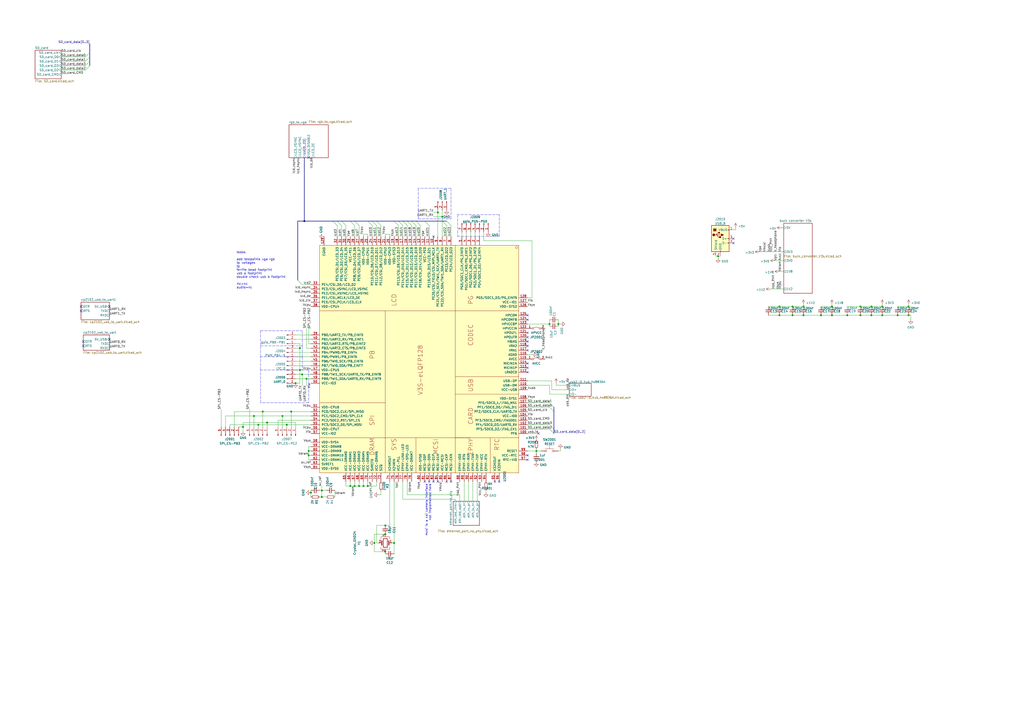
<source format=kicad_sch>
(kicad_sch (version 20211123) (generator eeschema)
  (paper "A2")
  (junction (at 173.99 214.63))
  (junction (at 323.85 187.96))
  (junction (at 147.32 241.3))
  (junction (at 482.6 182.88))
  (junction (at 175.26 217.17))
  (junction (at 213.36 281.94))
  (junction (at 511.81 182.88))
  (junction (at 459.74 177.8))
  (junction (at 491.49 182.88))
  (junction (at 223.52 309.88))
  (junction (at 505.46 177.8))
  (junction (at 452.12 182.88))
  (junction (at 459.74 182.88))
  (junction (at 482.6 177.8))
  (junction (at 416.56 148.59))
  (junction (at 256.54 125.73))
  (junction (at 176.53 128.27))
  (junction (at 166.37 246.38))
  (junction (at 223.52 320.04))
  (junction (at 203.2 281.94))
  (junction (at 452.12 177.8))
  (junction (at 171.45 222.25))
  (junction (at 179.07 261.62))
  (junction (at 163.83 241.3))
  (junction (at 223.52 304.8))
  (junction (at 527.05 177.8))
  (junction (at 254 123.19))
  (junction (at 179.07 264.16))
  (junction (at 152.4 238.76))
  (junction (at 180.34 285.75))
  (junction (at 140.97 247.65))
  (junction (at 466.09 177.8))
  (junction (at 149.86 246.38))
  (junction (at 318.77 187.96))
  (junction (at 177.8 219.71))
  (junction (at 499.11 182.88))
  (junction (at 505.46 182.88))
  (junction (at 217.17 314.96))
  (junction (at 511.81 177.8))
  (junction (at 173.99 201.93))
  (junction (at 186.69 288.29))
  (junction (at 168.91 238.76))
  (junction (at 527.05 182.88))
  (junction (at 210.82 281.94))
  (junction (at 228.6 314.96))
  (junction (at 205.74 281.94))
  (junction (at 186.69 284.48))
  (junction (at 520.7 182.88))
  (junction (at 466.09 182.88))
  (junction (at 208.28 281.94))
  (junction (at 476.25 182.88))
  (junction (at 311.15 261.62))
  (junction (at 499.11 177.8))
  (junction (at 154.94 245.11))
  (no_connect (at 246.38 279.4))
  (no_connect (at 248.92 279.4))
  (no_connect (at 251.46 279.4))
  (no_connect (at 254 279.4))
  (no_connect (at 259.08 279.4))
  (no_connect (at 261.62 279.4))
  (no_connect (at 425.45 138.43))
  (no_connect (at 425.45 140.97))
  (no_connect (at 306.07 264.16))
  (no_connect (at 306.07 266.7))
  (no_connect (at 287.02 279.4))
  (no_connect (at 289.56 279.4))
  (no_connect (at 63.5 196.85))
  (no_connect (at 48.26 198.12))
  (no_connect (at 48.26 200.66))
  (no_connect (at 63.5 177.8))
  (no_connect (at 46.99 177.8))
  (no_connect (at 46.99 180.34))
  (no_connect (at 179.07 91.44))
  (no_connect (at 306.07 215.9))
  (no_connect (at 306.07 213.36))
  (no_connect (at 306.07 200.66))
  (no_connect (at 306.07 198.12))
  (no_connect (at 306.07 195.58))
  (no_connect (at 306.07 210.82))
  (no_connect (at 306.07 203.2))
  (no_connect (at 306.07 193.04))
  (no_connect (at 306.07 185.42))
  (no_connect (at 306.07 182.88))
  (no_connect (at 251.46 137.16))
  (no_connect (at 312.42 251.46))
  (bus_entry (at 318.77 248.92) (size 2.54 2.54))
  (bus_entry (at 318.77 246.38) (size 2.54 2.54))
  (bus_entry (at 318.77 236.22) (size 2.54 2.54))
  (bus_entry (at 318.77 233.68) (size 2.54 2.54))
  (bus_entry (at 49.53 40.64) (size 2.54 -2.54))
  (bus_entry (at 49.53 38.1) (size 2.54 -2.54))
  (bus_entry (at 49.53 35.56) (size 2.54 -2.54))
  (bus_entry (at 49.53 33.02) (size 2.54 -2.54))
  (bus_entry (at 175.26 165.1) (size -2.54 -2.54))
  (bus_entry (at 261.62 130.81) (size -2.54 -2.54))
  (bus_entry (at 241.3 130.81) (size -2.54 -2.54))
  (bus_entry (at 243.84 130.81) (size -2.54 -2.54))
  (bus_entry (at 259.08 130.81) (size -2.54 -2.54))
  (bus_entry (at 248.92 130.81) (size -2.54 -2.54))
  (bus_entry (at 215.9 130.81) (size -2.54 -2.54))
  (bus_entry (at 236.22 130.81) (size -2.54 -2.54))
  (bus_entry (at 238.76 130.81) (size -2.54 -2.54))
  (bus_entry (at 220.98 130.81) (size -2.54 -2.54))
  (bus_entry (at 218.44 130.81) (size -2.54 -2.54))
  (bus_entry (at 233.68 130.81) (size -2.54 -2.54))
  (bus_entry (at 231.14 130.81) (size -2.54 -2.54))
  (bus_entry (at 208.28 130.81) (size -2.54 -2.54))
  (bus_entry (at 195.58 130.81) (size -2.54 -2.54))
  (bus_entry (at 205.74 130.81) (size -2.54 -2.54))
  (bus_entry (at 200.66 130.81) (size -2.54 -2.54))
  (bus_entry (at 198.12 130.81) (size -2.54 -2.54))
  (bus (pts (xy 238.76 128.27) (xy 236.22 128.27)))
  (bus (pts (xy 198.12 128.27) (xy 195.58 128.27)))
  (wire (pts (xy 147.32 241.3) (xy 163.83 241.3)))
  (wire (pts (xy 173.99 214.63) (xy 173.99 222.25)))
  (wire (pts (xy 308.61 139.7) (xy 308.61 172.72)))
  (wire (pts (xy 466.09 176.53) (xy 466.09 177.8)))
  (wire (pts (xy 171.45 247.65) (xy 171.45 245.11)))
  (wire (pts (xy 149.86 246.38) (xy 149.86 247.65)))
  (wire (pts (xy 177.8 190.5) (xy 177.8 201.93)))
  (wire (pts (xy 318.77 228.6) (xy 330.2 228.6)))
  (wire (pts (xy 440.69 146.05) (xy 454.66 146.05)))
  (wire (pts (xy 226.06 304.8) (xy 223.52 304.8)))
  (wire (pts (xy 210.82 135.89) (xy 213.36 135.89)))
  (wire (pts (xy 482.6 177.8) (xy 476.25 177.8)))
  (wire (pts (xy 140.97 245.11) (xy 140.97 247.65)))
  (wire (pts (xy 528.32 182.88) (xy 528.32 185.42)))
  (polyline (pts (xy 289.56 137.16) (xy 289.56 124.46)))
  (wire (pts (xy 233.68 279.4) (xy 233.68 289.56)))
  (wire (pts (xy 223.52 320.04) (xy 223.52 321.31)))
  (wire (pts (xy 452.12 157.48) (xy 454.66 157.48)))
  (wire (pts (xy 161.29 243.84) (xy 180.34 243.84)))
  (wire (pts (xy 173.99 222.25) (xy 171.45 222.25)))
  (wire (pts (xy 449.58 151.13) (xy 454.66 151.13)))
  (wire (pts (xy 180.34 241.3) (xy 163.83 241.3)))
  (polyline (pts (xy 289.56 124.46) (xy 265.43 124.46)))
  (wire (pts (xy 180.34 238.76) (xy 168.91 238.76)))
  (polyline (pts (xy 265.43 124.46) (xy 265.43 137.16)))
  (wire (pts (xy 306.07 233.68) (xy 318.77 233.68)))
  (wire (pts (xy 306.07 223.52) (xy 318.77 223.52)))
  (wire (pts (xy 259.08 130.81) (xy 259.08 137.16)))
  (wire (pts (xy 144.78 237.49) (xy 144.78 247.65)))
  (wire (pts (xy 205.74 281.94) (xy 203.2 281.94)))
  (wire (pts (xy 218.44 279.4) (xy 218.44 281.94)))
  (polyline (pts (xy 151.13 233.68) (xy 151.13 214.63)))
  (wire (pts (xy 266.7 290.83) (xy 266.7 287.02)))
  (wire (pts (xy 194.31 284.48) (xy 194.31 288.29)))
  (wire (pts (xy 217.17 320.04) (xy 223.52 320.04)))
  (wire (pts (xy 254 121.92) (xy 254 123.19)))
  (polyline (pts (xy 265.43 137.16) (xy 289.56 137.16)))
  (wire (pts (xy 173.99 199.39) (xy 173.99 201.93)))
  (wire (pts (xy 130.81 241.3) (xy 147.32 241.3)))
  (bus (pts (xy 321.31 236.22) (xy 321.31 238.76)))
  (wire (pts (xy 256.54 121.92) (xy 256.54 125.73)))
  (wire (pts (xy 320.04 220.98) (xy 306.07 220.98)))
  (wire (pts (xy 318.77 248.92) (xy 306.07 248.92)))
  (wire (pts (xy 205.74 279.4) (xy 205.74 281.94)))
  (wire (pts (xy 308.61 205.74) (xy 306.07 205.74)))
  (wire (pts (xy 275.59 134.62) (xy 275.59 137.16)))
  (bus (pts (xy 203.2 128.27) (xy 198.12 128.27)))
  (bus (pts (xy 218.44 128.27) (xy 215.9 128.27)))
  (bus (pts (xy 321.31 238.76) (xy 321.31 248.92)))
  (wire (pts (xy 133.35 246.38) (xy 133.35 247.65)))
  (wire (pts (xy 274.32 279.4) (xy 274.32 290.83)))
  (bus (pts (xy 172.72 162.56) (xy 172.72 128.27)))
  (polyline (pts (xy 175.26 214.63) (xy 179.07 214.63)))
  (wire (pts (xy 416.56 148.59) (xy 415.29 148.59)))
  (wire (pts (xy 180.34 264.16) (xy 179.07 264.16)))
  (wire (pts (xy 251.46 125.73) (xy 256.54 125.73)))
  (wire (pts (xy 318.77 246.38) (xy 306.07 246.38)))
  (wire (pts (xy 452.12 177.8) (xy 459.74 177.8)))
  (wire (pts (xy 223.52 309.88) (xy 217.17 309.88)))
  (wire (pts (xy 511.81 182.88) (xy 520.7 182.88)))
  (wire (pts (xy 180.34 165.1) (xy 175.26 165.1)))
  (wire (pts (xy 218.44 281.94) (xy 213.36 281.94)))
  (wire (pts (xy 261.62 130.81) (xy 261.62 137.16)))
  (wire (pts (xy 213.36 281.94) (xy 210.82 281.94)))
  (wire (pts (xy 416.56 148.59) (xy 417.83 148.59)))
  (wire (pts (xy 171.45 212.09) (xy 180.34 212.09)))
  (wire (pts (xy 256.54 128.27) (xy 256.54 137.16)))
  (wire (pts (xy 168.91 238.76) (xy 168.91 247.65)))
  (wire (pts (xy 210.82 135.89) (xy 210.82 137.16)))
  (wire (pts (xy 220.98 130.81) (xy 220.98 137.16)))
  (wire (pts (xy 476.25 182.88) (xy 482.6 182.88)))
  (wire (pts (xy 280.67 139.7) (xy 308.61 139.7)))
  (wire (pts (xy 318.77 236.22) (xy 306.07 236.22)))
  (wire (pts (xy 311.15 261.62) (xy 313.69 261.62)))
  (bus (pts (xy 233.68 128.27) (xy 231.14 128.27)))
  (wire (pts (xy 276.86 279.4) (xy 276.86 290.83)))
  (wire (pts (xy 171.45 219.71) (xy 177.8 219.71)))
  (wire (pts (xy 318.77 223.52) (xy 318.77 228.6)))
  (bus (pts (xy 256.54 128.27) (xy 246.38 128.27)))
  (wire (pts (xy 241.3 130.81) (xy 241.3 137.16)))
  (wire (pts (xy 267.97 134.62) (xy 267.97 137.16)))
  (wire (pts (xy 186.69 288.29) (xy 185.42 288.29)))
  (wire (pts (xy 527.05 176.53) (xy 527.05 177.8)))
  (wire (pts (xy 213.36 135.89) (xy 213.36 137.16)))
  (wire (pts (xy 189.23 288.29) (xy 186.69 288.29)))
  (polyline (pts (xy 151.13 191.77) (xy 151.13 200.66)))
  (wire (pts (xy 130.81 241.3) (xy 130.81 247.65)))
  (wire (pts (xy 203.2 281.94) (xy 200.66 281.94)))
  (wire (pts (xy 223.52 135.89) (xy 223.52 137.16)))
  (bus (pts (xy 52.07 35.56) (xy 52.07 38.1)))
  (wire (pts (xy 179.07 199.39) (xy 179.07 190.5)))
  (wire (pts (xy 186.69 284.48) (xy 186.69 288.29)))
  (wire (pts (xy 330.2 223.52) (xy 322.58 223.52)))
  (polyline (pts (xy 179.07 214.63) (xy 179.07 233.68)))
  (wire (pts (xy 323.85 187.96) (xy 325.12 187.96)))
  (wire (pts (xy 254 123.19) (xy 254 137.16)))
  (wire (pts (xy 311.15 261.62) (xy 311.15 262.89)))
  (wire (pts (xy 482.6 182.88) (xy 491.49 182.88)))
  (wire (pts (xy 173.99 201.93) (xy 171.45 201.93)))
  (wire (pts (xy 256.54 125.73) (xy 256.54 128.27)))
  (bus (pts (xy 231.14 128.27) (xy 228.6 128.27)))
  (wire (pts (xy 318.77 185.42) (xy 318.77 187.96)))
  (wire (pts (xy 171.45 194.31) (xy 180.34 194.31)))
  (wire (pts (xy 320.04 226.06) (xy 320.04 220.98)))
  (wire (pts (xy 179.07 264.16) (xy 179.07 266.7)))
  (bus (pts (xy 241.3 128.27) (xy 238.76 128.27)))
  (wire (pts (xy 180.34 284.48) (xy 180.34 285.75)))
  (wire (pts (xy 175.26 217.17) (xy 180.34 217.17)))
  (wire (pts (xy 200.66 281.94) (xy 200.66 279.4)))
  (wire (pts (xy 217.17 314.96) (xy 217.17 320.04)))
  (wire (pts (xy 177.8 219.71) (xy 177.8 223.52)))
  (wire (pts (xy 226.06 135.89) (xy 226.06 137.16)))
  (polyline (pts (xy 175.26 207.01) (xy 175.26 214.63)))
  (wire (pts (xy 323.85 185.42) (xy 323.85 187.96)))
  (wire (pts (xy 203.2 279.4) (xy 203.2 281.94)))
  (wire (pts (xy 220.98 287.02) (xy 219.71 287.02)))
  (wire (pts (xy 180.34 261.62) (xy 179.07 261.62)))
  (wire (pts (xy 180.34 246.38) (xy 166.37 246.38)))
  (wire (pts (xy 163.83 241.3) (xy 163.83 247.65)))
  (bus (pts (xy 52.07 33.02) (xy 52.07 35.56)))
  (wire (pts (xy 218.44 137.16) (xy 218.44 130.81)))
  (wire (pts (xy 306.07 261.62) (xy 311.15 261.62)))
  (wire (pts (xy 166.37 246.38) (xy 166.37 247.65)))
  (wire (pts (xy 269.24 279.4) (xy 269.24 290.83)))
  (wire (pts (xy 208.28 130.81) (xy 208.28 137.16)))
  (wire (pts (xy 208.28 281.94) (xy 205.74 281.94)))
  (polyline (pts (xy 151.13 207.01) (xy 151.13 200.66)))
  (wire (pts (xy 173.99 201.93) (xy 173.99 214.63)))
  (wire (pts (xy 189.23 284.48) (xy 186.69 284.48)))
  (wire (pts (xy 238.76 130.81) (xy 238.76 137.16)))
  (wire (pts (xy 323.85 261.62) (xy 325.12 261.62)))
  (wire (pts (xy 505.46 182.88) (xy 511.81 182.88)))
  (wire (pts (xy 491.49 182.88) (xy 499.11 182.88)))
  (wire (pts (xy 306.07 251.46) (xy 312.42 251.46)))
  (wire (pts (xy 213.36 279.4) (xy 213.36 281.94)))
  (wire (pts (xy 35.56 33.02) (xy 49.53 33.02)))
  (polyline (pts (xy 261.62 109.22) (xy 242.57 109.22)))
  (wire (pts (xy 330.2 226.06) (xy 320.04 226.06)))
  (wire (pts (xy 149.86 246.38) (xy 166.37 246.38)))
  (wire (pts (xy 527.05 182.88) (xy 528.32 182.88)))
  (wire (pts (xy 482.6 176.53) (xy 482.6 177.8)))
  (wire (pts (xy 154.94 245.11) (xy 154.94 247.65)))
  (wire (pts (xy 325.12 261.62) (xy 325.12 260.35)))
  (wire (pts (xy 179.07 261.62) (xy 179.07 264.16)))
  (polyline (pts (xy 179.07 233.68) (xy 151.13 233.68)))
  (wire (pts (xy 228.6 279.4) (xy 228.6 314.96)))
  (polyline (pts (xy 151.13 191.77) (xy 175.26 191.77)))
  (wire (pts (xy 35.56 35.56) (xy 49.53 35.56)))
  (wire (pts (xy 210.82 281.94) (xy 208.28 281.94)))
  (polyline (pts (xy 151.13 214.63) (xy 151.13 207.01)))
  (wire (pts (xy 226.06 304.8) (xy 226.06 279.4)))
  (wire (pts (xy 152.4 238.76) (xy 152.4 247.65)))
  (wire (pts (xy 180.34 259.08) (xy 179.07 259.08)))
  (wire (pts (xy 200.66 130.81) (xy 200.66 137.16)))
  (wire (pts (xy 135.89 238.76) (xy 135.89 247.65)))
  (wire (pts (xy 171.45 207.01) (xy 180.34 207.01)))
  (polyline (pts (xy 151.13 200.66) (xy 151.13 200.66)))
  (wire (pts (xy 459.74 182.88) (xy 466.09 182.88)))
  (bus (pts (xy 52.07 30.48) (xy 52.07 33.02)))
  (wire (pts (xy 231.14 130.81) (xy 231.14 137.16)))
  (wire (pts (xy 210.82 279.4) (xy 210.82 281.94)))
  (wire (pts (xy 273.05 134.62) (xy 273.05 137.16)))
  (wire (pts (xy 171.45 214.63) (xy 173.99 214.63)))
  (wire (pts (xy 161.29 243.84) (xy 161.29 247.65)))
  (polyline (pts (xy 261.62 127) (xy 261.62 109.22)))
  (wire (pts (xy 445.77 182.88) (xy 452.12 182.88)))
  (bus (pts (xy 215.9 128.27) (xy 213.36 128.27)))
  (wire (pts (xy 311.15 260.35) (xy 311.15 261.62)))
  (wire (pts (xy 251.46 123.19) (xy 254 123.19)))
  (polyline (pts (xy 175.26 200.66) (xy 175.26 207.01)))
  (wire (pts (xy 271.78 279.4) (xy 271.78 290.83)))
  (polyline (pts (xy 151.13 200.66) (xy 175.26 200.66)))
  (wire (pts (xy 179.07 190.5) (xy 180.34 190.5)))
  (polyline (pts (xy 242.57 109.22) (xy 242.57 127)))
  (wire (pts (xy 520.7 177.8) (xy 527.05 177.8)))
  (wire (pts (xy 198.12 130.81) (xy 198.12 137.16)))
  (wire (pts (xy 425.45 133.35) (xy 426.72 133.35)))
  (bus (pts (xy 213.36 128.27) (xy 205.74 128.27)))
  (wire (pts (xy 447.04 167.64) (xy 454.66 167.64)))
  (wire (pts (xy 171.45 199.39) (xy 173.99 199.39)))
  (wire (pts (xy 233.68 289.56) (xy 264.16 289.56)))
  (wire (pts (xy 171.45 196.85) (xy 180.34 196.85)))
  (wire (pts (xy 308.61 172.72) (xy 306.07 172.72)))
  (wire (pts (xy 180.34 266.7) (xy 179.07 266.7)))
  (wire (pts (xy 323.85 187.96) (xy 323.85 189.23)))
  (wire (pts (xy 453.39 132.08) (xy 454.66 132.08)))
  (bus (pts (xy 193.04 128.27) (xy 176.53 128.27)))
  (wire (pts (xy 466.09 182.88) (xy 476.25 182.88)))
  (wire (pts (xy 505.46 177.8) (xy 499.11 177.8)))
  (polyline (pts (xy 175.26 214.63) (xy 151.13 214.63)))
  (wire (pts (xy 128.27 237.49) (xy 128.27 247.65)))
  (wire (pts (xy 35.56 38.1) (xy 49.53 38.1)))
  (wire (pts (xy 511.81 177.8) (xy 505.46 177.8)))
  (wire (pts (xy 217.17 309.88) (xy 217.17 314.96)))
  (wire (pts (xy 147.32 241.3) (xy 147.32 247.65)))
  (wire (pts (xy 278.13 134.62) (xy 278.13 137.16)))
  (wire (pts (xy 281.94 284.48) (xy 281.94 285.75)))
  (wire (pts (xy 154.94 245.11) (xy 140.97 245.11)))
  (wire (pts (xy 208.28 279.4) (xy 208.28 281.94)))
  (wire (pts (xy 452.12 182.88) (xy 459.74 182.88)))
  (wire (pts (xy 228.6 314.96) (xy 227.33 314.96)))
  (wire (pts (xy 177.8 219.71) (xy 180.34 219.71)))
  (wire (pts (xy 175.26 217.17) (xy 175.26 223.52)))
  (wire (pts (xy 520.7 182.88) (xy 527.05 182.88)))
  (wire (pts (xy 186.69 281.94) (xy 186.69 284.48)))
  (wire (pts (xy 133.35 246.38) (xy 149.86 246.38)))
  (bus (pts (xy 195.58 128.27) (xy 193.04 128.27)))
  (polyline (pts (xy 175.26 207.01) (xy 151.13 207.01)))
  (wire (pts (xy 171.45 204.47) (xy 180.34 204.47)))
  (wire (pts (xy 186.69 284.48) (xy 185.42 284.48)))
  (wire (pts (xy 318.77 187.96) (xy 318.77 189.23)))
  (wire (pts (xy 35.56 40.64) (xy 49.53 40.64)))
  (wire (pts (xy 511.81 176.53) (xy 511.81 177.8)))
  (wire (pts (xy 152.4 238.76) (xy 168.91 238.76)))
  (wire (pts (xy 445.77 177.8) (xy 452.12 177.8)))
  (wire (pts (xy 270.51 134.62) (xy 270.51 137.16)))
  (wire (pts (xy 236.22 287.02) (xy 236.22 279.4)))
  (wire (pts (xy 416.56 149.86) (xy 416.56 148.59)))
  (bus (pts (xy 52.07 25.4) (xy 52.07 30.48)))
  (bus (pts (xy 228.6 128.27) (xy 218.44 128.27)))
  (wire (pts (xy 220.98 284.48) (xy 220.98 287.02)))
  (wire (pts (xy 426.72 133.35) (xy 426.72 132.08)))
  (wire (pts (xy 195.58 137.16) (xy 195.58 130.81)))
  (wire (pts (xy 171.45 217.17) (xy 175.26 217.17)))
  (wire (pts (xy 218.44 314.96) (xy 219.71 314.96)))
  (wire (pts (xy 179.07 259.08) (xy 179.07 261.62)))
  (bus (pts (xy 246.38 128.27) (xy 241.3 128.27)))
  (wire (pts (xy 499.11 177.8) (xy 491.49 177.8)))
  (bus (pts (xy 321.31 251.46) (xy 321.31 248.92)))
  (wire (pts (xy 135.89 238.76) (xy 152.4 238.76)))
  (wire (pts (xy 322.58 223.52) (xy 322.58 222.25)))
  (wire (pts (xy 459.74 177.8) (xy 466.09 177.8)))
  (wire (pts (xy 223.52 135.89) (xy 226.06 135.89)))
  (wire (pts (xy 280.67 134.62) (xy 280.67 139.7)))
  (wire (pts (xy 205.74 130.81) (xy 205.74 137.16)))
  (wire (pts (xy 318.77 187.96) (xy 306.07 187.96)))
  (wire (pts (xy 266.7 287.02) (xy 236.22 287.02)))
  (polyline (pts (xy 175.26 200.66) (xy 175.26 191.77)))
  (polyline (pts (xy 242.57 127) (xy 261.62 127)))
  (bus (pts (xy 176.53 128.27) (xy 172.72 128.27)))
  (wire (pts (xy 218.44 314.96) (xy 218.44 304.8)))
  (wire (pts (xy 140.97 247.65) (xy 138.43 247.65)))
  (wire (pts (xy 140.97 247.65) (xy 140.97 250.19)))
  (wire (pts (xy 171.45 209.55) (xy 180.34 209.55)))
  (wire (pts (xy 180.34 199.39) (xy 179.07 199.39)))
  (wire (pts (xy 499.11 182.88) (xy 505.46 182.88)))
  (wire (pts (xy 223.52 304.8) (xy 218.44 304.8)))
  (wire (pts (xy 236.22 130.81) (xy 236.22 137.16)))
  (wire (pts (xy 171.45 245.11) (xy 154.94 245.11)))
  (bus (pts (xy 205.74 128.27) (xy 203.2 128.27)))
  (wire (pts (xy 177.8 201.93) (xy 180.34 201.93)))
  (bus (pts (xy 236.22 128.27) (xy 233.68 128.27)))
  (bus (pts (xy 176.53 91.44) (xy 176.53 128.27)))
  (wire (pts (xy 180.34 285.75) (xy 180.34 288.29)))
  (wire (pts (xy 248.92 130.81) (xy 248.92 137.16)))
  (wire (pts (xy 215.9 130.81) (xy 215.9 137.16)))
  (wire (pts (xy 233.68 130.81) (xy 233.68 137.16)))
  (bus (pts (xy 259.08 128.27) (xy 256.54 128.27)))
  (wire (pts (xy 243.84 130.81) (xy 243.84 137.16)))
  (wire (pts (xy 228.6 314.96) (xy 228.6 321.31)))
  (wire (pts (xy 264.16 289.56) (xy 264.16 290.83)))
  (text "todos\n\nadd testpoints vga rgb\ntp voltages\ntp\nferrite bead footprint\nusb a footprint\ndouble check usb b footprint\n\nrtc=nc\naudio=nc" (at 137.16 167.64 0) (effects (font (size 1.27 1.27)) (justify left bottom)))
  (text "mcsi is a csi camera interface\nnot implemented here" (at 250.19 280.67 270) (effects (font (size 1.27 1.27)) (justify right bottom)))
  (label "Vdd_PHY" (at 449.58 167.64 90))
  (label "SD_card_CMD" (at 306.07 243.84 0))
  (label "Vdram" (at 194.31 287.02 0))
  (label "Vsys" (at 243.84 279.4 270))
  (label "Vcpu" (at 180.34 214.63 180))
  (label "SPI_CS-PB2" (at 180.34 190.5 90))
  (label "Vcpu" (at 180.34 177.8 180))
  (label "lcd7" (at 208.28 137.16 90))
  (label "SD_card_data1" (at 35.56 35.56 0))
  (label "Vcc_PHY" (at 448.31 146.05 90))
  (label "lcd15" (at 236.22 137.16 90))
  (label "UART0_TX" (at 175.26 223.52 270))
  (label "lcd18" (at 238.76 137.16 90))
  (label "SPI_CS-PB3" (at 177.8 190.5 90))
  (label "lcd4" (at 198.12 137.16 90))
  (label "Vdd_PHY" (at 266.7 279.4 270))
  (label "Vcpu" (at 223.52 135.89 90))
  (label "Vcpu" (at 210.82 135.89 90))
  (label "lcd3" (at 195.58 137.16 90))
  (label "SPI_CS-PB3" (at 128.27 237.49 90))
  (label "SD_card_data[0..3]" (at 321.31 251.46 0))
  (label "SD_card_clk" (at 306.07 238.76 0))
  (label "sv_ref" (at 180.34 269.24 180))
  (label "Vio" (at 180.34 251.46 180))
  (label "Vmcsi" (at 256.54 279.4 270))
  (label "UART0_RX" (at 63.5 199.39 0))
  (label "Vdram" (at 179.07 264.16 180))
  (label "Vusb" (at 447.04 146.05 90))
  (label "SD_card_data2" (at 306.07 248.92 0))
  (label "Vio" (at 306.07 175.26 0))
  (label "Vsys" (at 228.6 137.16 90))
  (label "lcd_hsync" (at 180.34 170.18 180))
  (label "UART0_RX" (at 177.8 223.52 270))
  (label "Avcc" (at 453.39 151.13 90))
  (label "lcd_de" (at 180.34 172.72 180))
  (label "Vcc_PHY" (at 279.4 279.4 270))
  (label "lcd13" (at 231.14 137.16 90))
  (label "Vsys" (at 452.12 167.64 90))
  (label "Vio" (at 180.34 222.25 270))
  (label "SD_card_data3" (at 35.56 38.1 0))
  (label "lcd20" (at 243.84 137.16 90))
  (label "lcd5" (at 200.66 137.16 90))
  (label "Vsys" (at 180.34 256.54 180))
  (label "sv_ref" (at 215.9 279.4 270))
  (label "lcd_vsync" (at 180.34 167.64 180))
  (label "lcd2" (at 180.34 165.1 180))
  (label "SD_card_data0" (at 35.56 33.02 0))
  (label "Vcpu" (at 180.34 248.92 180))
  (label "Vpll" (at 231.14 279.4 270))
  (label "lcd23" (at 261.62 137.16 90))
  (label "SD_card_data3" (at 306.07 246.38 0))
  (label "Vmcsi" (at 444.5 146.05 90))
  (label "Vpll" (at 450.85 151.13 90))
  (label "SD_card_data1" (at 306.07 233.68 0))
  (label "lcd10" (at 215.9 137.16 90))
  (label "lcd_de" (at 181.61 91.44 270))
  (label "Vsys" (at 180.34 271.78 180))
  (label "lcd19" (at 241.3 137.16 90))
  (label "Avcc" (at 316.23 208.28 0))
  (label "lcd14" (at 233.68 137.16 90))
  (label "usb_id" (at 306.07 251.46 0))
  (label "Vdram" (at 453.39 157.48 90))
  (label "Vcpu" (at 180.34 236.22 180))
  (label "Vpe" (at 203.2 137.16 90))
  (label "lcd12" (at 220.98 137.16 90))
  (label "lcd11" (at 218.44 137.16 90))
  (label "UART0_TX" (at 63.5 201.93 0))
  (label "usb_dm" (at 330.2 228.6 270))
  (label "lcd_vsync" (at 171.45 91.44 270))
  (label "Vdram" (at 238.76 279.4 270))
  (label "SD_card_data[0..3]" (at 52.07 25.4 180))
  (label "SD_card_CMD" (at 35.56 43.18 0))
  (label "UART1_TX" (at 251.46 123.19 180))
  (label "Vio" (at 453.39 146.05 90))
  (label "lcd_hsync" (at 173.99 91.44 270))
  (label "Vusb" (at 306.07 226.06 0))
  (label "V_headphone" (at 316.23 190.5 270))
  (label "usb_dp" (at 330.2 226.06 90))
  (label "lcd6" (at 205.74 137.16 90))
  (label "lcd22" (at 259.08 137.16 90))
  (label "lcd21" (at 248.92 137.16 90))
  (label "SD_card_clk" (at 35.56 30.48 0))
  (label "Vpe" (at 441.96 146.05 90))
  (label "V_headphone" (at 450.85 146.05 90))
  (label "SD_card_data0" (at 306.07 236.22 0))
  (label "UART1_TX" (at 63.5 182.88 0))
  (label "lcd_clk" (at 180.34 175.26 180))
  (label "sv_ref" (at 186.69 281.94 90))
  (label "Vdram" (at 205.74 281.94 270))
  (label "SPI_CS-PB2" (at 144.78 237.49 90))
  (label "Vio" (at 306.07 241.3 0))
  (label "UART1_RX" (at 63.5 180.34 0))
  (label "Vpe" (at 246.38 137.16 90))
  (label "SD_card_data2" (at 35.56 40.64 0))
  (label "Vsys" (at 306.07 231.14 0))
  (label "Vcpu" (at 453.39 167.64 90))
  (label "Vsys" (at 306.07 177.8 0))
  (label "UART1_RX" (at 251.46 125.73 180))
  (symbol (lib_id "Device:C_Small") (at 511.81 180.34 180) (unit 1)
    (property "Reference" "C22" (at 514.7818 180.5178 0))
    (property "Value" "100nf" (at 514.731 178.816 0))
    (property "Footprint" "Capacitor_SMD:C_0603_1608Metric" (effects hide))
  )
  (symbol (lib_id "power:+3V0") (at 527.05 176.53 0) (unit 1)
    (property "Reference" "#PWR0122" (effects hide))
    (property "Value" "+3V0" (at 528.447 175.6938 0) (effects (justify left)))
  )
  (symbol (lib_id "Connector:USB_B") (at 417.83 138.43 0) (unit 1)
    (property "Reference" "J2010" (at 417.83 127.1102 0))
    (property "Value" "USB_B" (at 417.83 129.6471 0))
    (property "Footprint" "Connector_USB:USB_B_TE_5787834_Vertical" (effects hide))
    (property "Datasheet" " ~" (effects hide))
  )
  (symbol (lib_id "Device:C_Small") (at 191.77 284.48 270) (unit 1)
    (property "Reference" "C9" (at 192.024 279.908 0) (effects (justify left)))
    (property "Value" "100nf" (at 189.992 276.606 0) (effects (justify left)))
    (property "Footprint" "Capacitor_SMD:C_0603_1608Metric" (effects hide))
  )
  (symbol (lib_id "Device:C_Small") (at 321.31 185.42 270) (unit 1)
    (property "Reference" "C1" (at 321.564 180.848 0) (effects (justify left)))
    (property "Value" "100nf" (at 319.532 177.546 0) (effects (justify left)))
    (property "Footprint" "Capacitor_SMD:C_0603_1608Metric" (effects hide))
  )
  (symbol (lib_id "Connector:Conn_01x07_Male") (at 275.59 129.54 270) (unit 1)
    (property "Reference" "J2009" (at 275.59 125.891 90))
    (property "Value" "gpio_PG5-PG0" (at 275.59 128.4279 90))
    (property "Footprint" "Connector_PinHeader_2.54mm:PinHeader_1x07_P2.54mm_Vertical" (effects hide))
  )
  (symbol (lib_id "power:GND") (at 187.96 137.16 270) (unit 1)
    (property "Reference" "#PWR0105" (effects hide))
    (property "Value" "GND" (at 186.2562 135.2551 0) (effects (justify right)))
  )
  (symbol (lib_id "Connector:Conn_01x03_Male") (at 166.37 204.47 0) (mirror x) (unit 1)
    (property "Reference" "J2004" (at 165.6589 203.6353 0) (effects (justify right)))
    (property "Value" "PWM_PB4-5" (at 165.6589 206.1722 0) (effects (justify right)))
    (property "Footprint" "Connector_PinHeader_2.54mm:PinHeader_1x03_P2.54mm_Vertical" (effects hide))
  )
  (symbol (lib_id "Device:C_Small") (at 311.15 265.43 180) (unit 1)
    (property "Reference" "C2001" (at 316.23 266.7 0) (effects (justify left)))
    (property "Value" "1uf" (at 316.23 264.16 0) (effects (justify left)))
    (property "Footprint" "Capacitor_SMD:C_0603_1608Metric" (effects hide))
  )
  (symbol (lib_id "power:+3V3") (at 311.15 255.27 0) (unit 1)
    (property "Reference" "#PWR0172" (effects hide))
    (property "Value" "+3V3" (at 304.8 254 0) (effects (justify left)))
  )
  (symbol (lib_id "Device:C_Small") (at 226.06 321.31 90) (unit 1)
    (property "Reference" "C12" (at 226.06 326.39 90))
    (property "Value" "18pf" (at 226.06 323.85 90))
    (property "Footprint" "Capacitor_SMD:C_0603_1608Metric" (effects hide))
  )
  (symbol (lib_id "power:+1V2") (at 447.04 167.64 90) (unit 1)
    (property "Reference" "#PWR0127" (effects hide))
    (property "Value" "+1V2" (at 443.865 168.0738 90) (effects (justify left)))
  )
  (symbol (lib_id "power:GND") (at 325.12 187.96 90) (unit 1)
    (property "Reference" "#PWR0115" (effects hide))
    (property "Value" "GND" (at 325.9562 189.865 0) (effects (justify right)))
  )
  (symbol (lib_id "power:+5V") (at 426.72 132.08 0) (unit 1)
    (property "Reference" "#PWR0174" (effects hide))
    (property "Value" "+5V" (at 428.117 131.2438 0) (effects (justify left)))
  )
  (symbol (lib_id "Device:R_Small") (at 281.94 281.94 180) (unit 1)
    (property "Reference" "R2001" (at 285.75 283.21 0) (effects (justify left)))
    (property "Value" "6K" (at 285.75 280.67 0) (effects (justify left)))
    (property "Footprint" "Resistor_SMD:R_0603_1608Metric" (effects hide))
  )
  (symbol (lib_id "Device:C_Small") (at 182.88 284.48 270) (unit 1)
    (property "Reference" "C10" (at 183.134 279.908 0) (effects (justify left)))
    (property "Value" "100nf" (at 181.102 276.606 0) (effects (justify left)))
    (property "Footprint" "Capacitor_SMD:C_0603_1608Metric" (effects hide))
  )
  (symbol (lib_id "Connector:Conn_01x03_Male") (at 166.37 212.09 0) (mirror x) (unit 1)
    (property "Reference" "J2005" (at 165.6588 211.2553 0) (effects (justify right)))
    (property "Value" "I2C_0" (at 165.6588 213.7922 0) (effects (justify right)))
    (property "Footprint" "Connector_PinHeader_2.54mm:PinHeader_1x03_P2.54mm_Vertical" (effects hide))
  )
  (symbol (lib_id "Device:C_Small") (at 459.74 180.34 180) (unit 1)
    (property "Reference" "C15" (at 462.7118 180.5178 0))
    (property "Value" "100nf" (at 462.661 178.816 0))
    (property "Footprint" "Capacitor_SMD:C_0603_1608Metric" (effects hide))
  )
  (symbol (lib_id "power:GND") (at 311.15 267.97 0) (unit 1)
    (property "Reference" "#PWR0173" (effects hide))
    (property "Value" "GND" (at 313.055 269.6738 0) (effects (justify left)))
  )
  (symbol (lib_id "power:+1V2") (at 466.09 176.53 0) (unit 1)
    (property "Reference" "#PWR0114" (effects hide))
    (property "Value" "+1V2" (at 467.487 175.6938 0) (effects (justify left)))
  )
  (symbol (lib_id "xconch:V3S") (at 241.3 208.28 270) (unit 1)
    (property "Reference" "U2001" (at 292.7296 276.2439 0))
    (property "Value" "V3S" (effects hide))
    (property "Footprint" "Package_QFP:LQFP-128_14x14mm_P0.4mm" (effects hide))
    (property "Datasheet" "http://linux-sunxi.org/images/2/23/Allwinner_V3s_Datasheet_V1.0.pdf" (effects hide))
  )
  (symbol (lib_id "Jumper:Jumper_2_Bridged") (at 311.15 190.5 0) (unit 1)
    (property "Reference" "JP2001" (at 311.15 195.58 0))
    (property "Value" "HPVCC" (at 311.15 193.04 0))
    (property "Footprint" "Jumper:SolderJumper-2_P1.3mm_Bridged_Pad1.0x1.5mm" (effects hide))
  )
  (symbol (lib_id "Device:C_Small") (at 505.46 180.34 180) (unit 1)
    (property "Reference" "C21" (at 508.4318 180.5178 0))
    (property "Value" "100nf" (at 508.381 178.816 0))
    (property "Footprint" "Capacitor_SMD:C_0603_1608Metric" (effects hide))
  )
  (symbol (lib_id "power:+1V8") (at 452.12 157.48 90) (unit 1)
    (property "Reference" "#PWR0126" (effects hide))
    (property "Value" "+1V8" (at 448.945 157.9138 90) (effects (justify left)))
  )
  (symbol (lib_id "power:GND") (at 259.08 121.92 0) (unit 1)
    (property "Reference" "#PWR0163" (effects hide))
    (property "Value" "GND" (at 257.048 125.73 0) (effects (justify left)))
  )
  (symbol (lib_id "Device:C_Small") (at 482.6 180.34 180) (unit 1)
    (property "Reference" "C18" (at 485.5718 180.5178 0))
    (property "Value" "100nf" (at 485.521 178.816 0))
    (property "Footprint" "Capacitor_SMD:C_0603_1608Metric" (effects hide))
  )
  (symbol (lib_id "Connector:Conn_01x05_Male") (at 133.35 252.73 270) (mirror x) (unit 1)
    (property "Reference" "J2001" (at 133.35 254.7096 90))
    (property "Value" "SPI_CS-PB3" (at 133.35 257.2465 90))
    (property "Footprint" "Connector_PinHeader_2.54mm:PinHeader_1x05_P2.54mm_Vertical" (effects hide))
  )
  (symbol (lib_id "power:+1V8") (at 482.6 176.53 0) (unit 1)
    (property "Reference" "#PWR0117" (effects hide))
    (property "Value" "+1V8" (at 483.997 175.6938 0) (effects (justify left)))
  )
  (symbol (lib_id "power:+5V") (at 453.39 132.08 90) (unit 1)
    (property "Reference" "#PWR0123" (effects hide))
    (property "Value" "+5V" (at 450.2151 132.5138 90) (effects (justify left)))
  )
  (symbol (lib_id "Device:Crystal_GND24") (at 223.52 314.96 180) (unit 1)
    (property "Reference" "Y1" (at 208.2769 314.96 90))
    (property "Value" "Crystal_GND24" (at 205.74 314.96 90))
    (property "Footprint" "Crystal:Crystal_SMD_3225-4Pin_3.2x2.5mm_HandSoldering" (effects hide))
  )
  (symbol (lib_id "Device:R_Small") (at 311.15 257.81 0) (unit 1)
    (property "Reference" "R2002" (at 306.07 256.54 0) (effects (justify left)))
    (property "Value" "47K" (at 306.07 259.08 0) (effects (justify left)))
    (property "Footprint" "Resistor_SMD:R_0603_1608Metric" (effects hide))
  )
  (symbol (lib_id "power:GND") (at 325.12 260.35 180) (unit 1)
    (property "Reference" "#PWR0112" (effects hide))
    (property "Value" "GND" (at 327.025 259.5138 0) (effects (justify right)))
  )
  (symbol (lib_id "power:+5V") (at 322.58 222.25 0) (unit 1)
    (property "Reference" "#PWR0177" (effects hide))
    (property "Value" "+5V" (at 323.977 221.4138 0) (effects (justify left)))
  )
  (symbol (lib_id "power:GND") (at 140.97 250.19 0) (unit 1)
    (property "Reference" "#PWR0162" (effects hide))
    (property "Value" "GND" (at 138.938 254 0) (effects (justify left)))
  )
  (symbol (lib_id "Switch:SW_Push") (at 318.77 261.62 0) (unit 1)
    (property "Reference" "SW2001" (at 318.77 254.9992 0))
    (property "Value" "RESET" (at 318.77 257.5361 0))
    (property "Footprint" "Button_Switch_THT:SW_PUSH_6mm" (effects hide))
  )
  (symbol (lib_id "Device:C_Small") (at 499.11 180.34 180) (unit 1)
    (property "Reference" "C20" (at 502.0818 180.5178 0))
    (property "Value" "100nf" (at 502.031 178.816 0))
    (property "Footprint" "Capacitor_SMD:C_0603_1608Metric" (effects hide))
  )
  (symbol (lib_id "power:+3V0") (at 449.58 151.13 90) (unit 1)
    (property "Reference" "#PWR0125" (effects hide))
    (property "Value" "+3V0" (at 446.405 151.5638 90) (effects (justify left)))
  )
  (symbol (lib_id "power:GND") (at 180.34 285.75 270) (unit 1)
    (property "Reference" "#PWR0102" (effects hide))
    (property "Value" "GND" (at 175.8966 285.75 0))
  )
  (symbol (lib_id "Device:C_Small") (at 476.25 180.34 180) (unit 1)
    (property "Reference" "C17" (at 479.2218 180.5178 0))
    (property "Value" "100nf" (at 479.171 178.816 0))
    (property "Footprint" "Capacitor_SMD:C_0603_1608Metric" (effects hide))
  )
  (symbol (lib_id "power:+3V3") (at 511.81 176.53 0) (unit 1)
    (property "Reference" "#PWR0120" (effects hide))
    (property "Value" "+3V3" (at 513.207 175.6938 0) (effects (justify left)))
  )
  (symbol (lib_id "Device:R_Small") (at 191.77 288.29 270) (unit 1)
    (property "Reference" "R4" (at 192.6047 289.7886 0) (effects (justify left)))
    (property "Value" "2K" (at 190.0678 289.7886 0) (effects (justify left)))
    (property "Footprint" "Resistor_SMD:R_0603_1608Metric" (effects hide))
  )
  (symbol (lib_id "power:GND") (at 416.56 149.86 0) (unit 1)
    (property "Reference" "#PWR0175" (effects hide))
    (property "Value" "GND" (at 418.465 151.5638 0) (effects (justify left)))
  )
  (symbol (lib_id "Device:R_Small") (at 220.98 281.94 0) (unit 1)
    (property "Reference" "R3" (at 224.79 281.94 90))
    (property "Value" "240R" (at 222.8795 281.94 90))
    (property "Footprint" "Resistor_SMD:R_0603_1608Metric" (effects hide))
  )
  (symbol (lib_id "power:GND") (at 283.21 134.62 0) (unit 1)
    (property "Reference" "#PWR0160" (effects hide))
    (property "Value" "GND" (at 285.115 136.3238 0) (effects (justify left)))
  )
  (symbol (lib_id "power:GND") (at 281.94 285.75 0) (unit 1)
    (property "Reference" "#PWR0176" (effects hide))
    (property "Value" "GND" (at 283.845 287.4538 0) (effects (justify left)))
  )
  (symbol (lib_id "Device:C_Small") (at 491.49 180.34 180) (unit 1)
    (property "Reference" "C19" (at 494.4618 180.5178 0))
    (property "Value" "100nf" (at 494.411 178.816 0))
    (property "Footprint" "Capacitor_SMD:C_0603_1608Metric" (effects hide))
  )
  (symbol (lib_id "Device:R_Small") (at 182.88 288.29 270) (unit 1)
    (property "Reference" "R5" (at 183.7147 289.7886 0) (effects (justify left)))
    (property "Value" "2K" (at 181.1778 289.7886 0) (effects (justify left)))
    (property "Footprint" "Resistor_SMD:R_0603_1608Metric" (effects hide))
  )
  (symbol (lib_id "Device:C_Small") (at 223.52 307.34 180) (unit 1)
    (property "Reference" "C11" (at 228.6 307.34 90))
    (property "Value" "18pf" (at 226.06 307.34 90))
    (property "Footprint" "Capacitor_SMD:C_0603_1608Metric" (effects hide))
  )
  (symbol (lib_id "Connector:Conn_01x03_Male") (at 256.54 116.84 270) (unit 1)
    (property "Reference" "J2008" (at 255.7053 116.1289 0) (effects (justify right)))
    (property "Value" "UART_1" (at 258.2422 116.1289 0) (effects (justify right)))
    (property "Footprint" "Connector_PinHeader_2.54mm:PinHeader_1x03_P2.54mm_Vertical" (effects hide))
  )
  (symbol (lib_id "Connector:Conn_01x05_Male") (at 149.86 252.73 270) (mirror x) (unit 1)
    (property "Reference" "J2002" (at 149.86 254.7096 90))
    (property "Value" "SPI_CS-PB2" (at 149.86 257.2465 90))
    (property "Footprint" "Connector_PinHeader_2.54mm:PinHeader_1x05_P2.54mm_Vertical" (effects hide))
  )
  (symbol (lib_id "Jumper:Jumper_2_Bridged") (at 311.15 208.28 0) (unit 1)
    (property "Reference" "JP2002" (at 311.15 203.9452 0))
    (property "Value" "AVCC" (at 311.15 210.82 0))
    (property "Footprint" "Jumper:SolderJumper-2_P1.3mm_Bridged_Pad1.0x1.5mm" (effects hide))
  )
  (symbol (lib_id "Connector:Conn_01x03_Male") (at 166.37 196.85 0) (mirror x) (unit 1)
    (property "Reference" "J2003" (at 165.6588 196.0153 0) (effects (justify right)))
    (property "Value" "gpio_PB0-PB1" (at 165.6588 198.5522 0) (effects (justify right)))
    (property "Footprint" "Connector_PinHeader_2.54mm:PinHeader_1x03_P2.54mm_Vertical" (effects hide))
  )
  (symbol (lib_id "Device:C_Small") (at 520.7 180.34 180) (unit 1)
    (property "Reference" "C23" (at 523.6718 180.5178 0))
    (property "Value" "100nf" (at 523.621 178.816 0))
    (property "Footprint" "Capacitor_SMD:C_0603_1608Metric" (effects hide))
  )
  (symbol (lib_id "power:GND") (at 217.17 314.96 270) (unit 1)
    (property "Reference" "#PWR0116" (effects hide))
    (property "Value" "GND" (at 212.7266 314.96 0))
  )
  (symbol (lib_id "power:GND") (at 171.45 222.25 0) (unit 1)
    (property "Reference" "#PWR0161" (effects hide))
    (property "Value" "GND" (at 166.116 224.028 0) (effects (justify left)))
  )
  (symbol (lib_id "power:+3V3") (at 440.69 146.05 90) (unit 1)
    (property "Reference" "#PWR0124" (effects hide))
    (property "Value" "+3V3" (at 437.515 146.4838 90) (effects (justify left)))
  )
  (symbol (lib_id "power:GND") (at 308.61 205.74 90) (unit 1)
    (property "Reference" "#PWR0113" (effects hide))
    (property "Value" "GND" (at 312.166 203.708 0) (effects (justify right)))
  )
  (symbol (lib_id "Device:C_Small") (at 527.05 180.34 180) (unit 1)
    (property "Reference" "C24" (at 530.0218 180.5178 0))
    (property "Value" "100nf" (at 529.971 178.816 0))
    (property "Footprint" "Capacitor_SMD:C_0603_1608Metric" (effects hide))
  )
  (symbol (lib_id "Device:C_Small") (at 452.12 180.34 180) (unit 1)
    (property "Reference" "C14" (at 455.0918 180.5178 0))
    (property "Value" "100nf" (at 455.041 178.816 0))
    (property "Footprint" "Capacitor_SMD:C_0603_1608Metric" (effects hide))
  )
  (symbol (lib_id "Device:C_Small") (at 321.31 189.23 270) (unit 1)
    (property "Reference" "C2" (at 322.1384 191.5541 0) (effects (justify left)))
    (property "Value" "10uf" (at 319.8555 191.6811 0) (effects (justify left)))
    (property "Footprint" "Capacitor_SMD:C_0603_1608Metric" (effects hide))
  )
  (symbol (lib_id "Connector:Conn_01x03_Male") (at 166.37 219.71 0) (mirror x) (unit 1)
    (property "Reference" "J2006" (at 165.6589 218.8753 0) (effects (justify right)))
    (property "Value" "UART_0" (at 165.6589 221.4122 0) (effects (justify right)))
    (property "Footprint" "Connector_PinHeader_2.54mm:PinHeader_1x03_P2.54mm_Vertical" (effects hide))
  )
  (symbol (lib_id "Device:C_Small") (at 466.09 180.34 180) (unit 1)
    (property "Reference" "C16" (at 469.0618 180.5178 0))
    (property "Value" "100nf" (at 469.011 178.816 0))
    (property "Footprint" "Capacitor_SMD:C_0603_1608Metric" (effects hide))
  )
  (symbol (lib_id "Device:C_Small") (at 445.77 180.34 180) (unit 1)
    (property "Reference" "C13" (at 448.7418 180.5178 0))
    (property "Value" "100nf" (at 448.691 178.816 0))
    (property "Footprint" "Capacitor_SMD:C_0603_1608Metric" (effects hide))
  )
  (symbol (lib_id "power:GND") (at 219.71 287.02 270) (unit 1)
    (property "Reference" "#PWR0109" (effects hide))
    (property "Value" "GND" (at 215.2666 287.02 0))
  )
  (symbol (lib_id "power:GND") (at 528.32 185.42 0) (unit 1)
    (property "Reference" "#PWR0121" (effects hide))
    (property "Value" "GND" (at 528.32 189.8634 0))
  )
  (symbol (lib_id "Connector:Conn_01x05_Male") (at 166.37 252.73 270) (mirror x) (unit 1)
    (property "Reference" "J2007" (at 166.37 254.7096 90))
    (property "Value" "SPI_CS-PC2" (at 166.37 257.2465 90))
    (property "Footprint" "Connector_PinHeader_2.54mm:PinHeader_1x05_P2.54mm_Vertical" (effects hide))
  )
  (sheet (at 48.26 194.31) (size 15.24 8.89) (stroke (width 0.1524))
    (property "Sheet name" "cp2102_usb_to_uart" (at 48.26 193.5984 0) (effects (justify left bottom)))
    (property "Sheet file" "cp2102_usb_to_uart.kicad_sch" (at 48.26 203.7846 0) (effects (justify left top)))
    (pin "5V_USB" input (at 63.5 196.85 0))
    (pin "DTR" passive (at 48.26 198.12 180))
    (pin "RTS" passive (at 48.26 200.66 180))
    (pin "TXD" passive (at 63.5 199.39 0))
    (pin "RXD" passive (at 63.5 201.93 0))
  )
  (sheet (at 46.99 175.26) (size 16.51 10.16) (stroke (width 0.1524))
    (property "Sheet name" "cp2102_usb_to_uart1" (at 46.99 174.5484 0) (effects (justify left bottom)))
    (property "Sheet file" "cp2102_usb_to_uart.kicad_sch" (at 46.99 186.0046 0) (effects (justify left top)))
    (pin "5V_USB" input (at 63.5 177.8 0))
    (pin "DTR" passive (at 46.99 177.8 180))
    (pin "RTS" passive (at 46.99 180.34 180))
    (pin "TXD" passive (at 63.5 180.34 0))
    (pin "RXD" passive (at 63.5 182.88 0))
  )
  (sheet (at 262.89 290.83) (size 15.24 13.97) (stroke (width 0.1524))
    (property "Sheet name" "ethernet_port_no_phy" (at 262.1784 304.8 90) (effects (justify left bottom)))
    (property "Sheet file" "ethernet_port_no_phy.kicad_sch" (at 254 307.34 0) (effects (justify left top)))
    (pin "eth_tx_p" input (at 276.86 290.83 90))
    (pin "eth_tx_n" input (at 274.32 290.83 90))
    (pin "eth_rx_p" input (at 271.78 290.83 90))
    (pin "eth_rx_n" input (at 269.24 290.83 90))
    (pin "eth_led_spd" input (at 266.7 290.83 90))
    (pin "eth_led_link" input (at 264.16 290.83 90))
  )
  (sheet (at 454.66 129.54) (size 16.51 40.64) (stroke (width 0.1524))
    (property "Sheet name" "buck converter V3s" (at 452.12 128.778 0) (effects (justify left bottom)))
    (property "Sheet file" "buck_converter_V3s.kicad_sch" (at 454.66 147.9046 0) (effects (justify left top)))
    (pin "1V2" output (at 454.66 167.64 180))
    (pin "3V0" output (at 454.66 151.13 180))
    (pin "3V3" output (at 454.66 146.05 180))
    (pin "1V8" output (at 454.66 157.48 180))
    (pin "5V" input (at 454.66 132.08 180))
  )
  (sheet (at 20.32 29.21) (size 15.24 16.51) (stroke (width 0.1524))
    (property "Sheet name" "SD_card" (at 20.32 28.4984 0) (effects (justify left bottom)))
    (property "Sheet file" "SD_card.kicad_sch" (at 20.32 46.3046 0) (effects (justify left top)))
    (pin "SD_card_clk" input (at 35.56 30.48 0))
    (pin "SD_card_D0" input (at 35.56 33.02 0))
    (pin "SD_card_D1" input (at 35.56 35.56 0))
    (pin "SD_card_D3" input (at 35.56 38.1 0))
    (pin "SD_card_D2" input (at 35.56 40.64 0))
    (pin "SD_card_CMD" input (at 35.56 43.18 0))
  )
  (sheet (at 167.64 72.39) (size 22.86 19.05) (stroke (width 0.1524))
    (property "Sheet name" "rgb_to_vga" (at 167.64 71.6784 0) (effects (justify left bottom)))
    (property "Sheet file" "rgb_to_vga.kicad_sch" (at 179.07 69.85 0) (effects (justify left top)))
    (pin "lcd[0..23]" input (at 176.53 91.44 270))
    (pin "LCD_VSYNC" input (at 171.45 91.44 270))
    (pin "LCD_HSYNC" input (at 173.99 91.44 270))
    (pin "VGA_DISABLE" input (at 179.07 91.44 270))
    (pin "LCD_DE" input (at 181.61 91.44 270))
  )
  (sheet (at 330.2 222.25) (size 12.7 7.62) (stroke (width 0.1524))
    (property "Sheet name" "usb2-0_hub_hs8836A" (at 330.2 222.25 0) (effects (justify left bottom)))
    (property "Sheet file" "usb2-0_hub_hs8836A.kicad_sch" (at 330.2 229.87 0) (effects (justify left top)))
    (pin "D-" input (at 330.2 228.6 180))
    (pin "D+" input (at 330.2 226.06 180))
    (pin "VBUS" input (at 330.2 223.52 180))
  )
)
</source>
